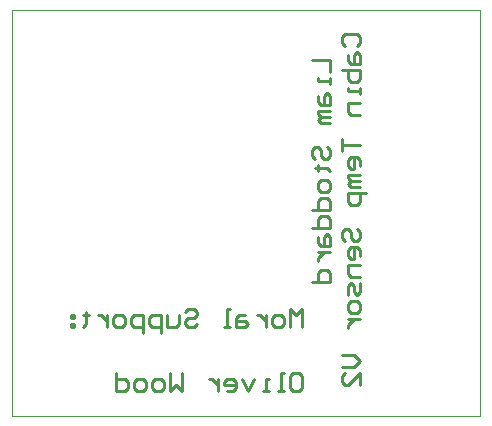
<source format=gbo>
G04 Layer_Color=32896*
%FSLAX24Y24*%
%MOIN*%
G70*
G01*
G75*
%ADD19C,0.0100*%
%ADD26C,0.0005*%
D19*
X11760Y4799D02*
Y5399D01*
X11560Y5199D01*
X11360Y5399D01*
Y4799D01*
X11060D02*
X10860D01*
X10760Y4899D01*
Y5099D01*
X10860Y5199D01*
X11060D01*
X11160Y5099D01*
Y4899D01*
X11060Y4799D01*
X10560Y5199D02*
Y4799D01*
Y4999D01*
X10460Y5099D01*
X10360Y5199D01*
X10260D01*
X9861D02*
X9661D01*
X9561Y5099D01*
Y4799D01*
X9861D01*
X9961Y4899D01*
X9861Y4999D01*
X9561D01*
X9361Y4799D02*
X9161D01*
X9261D01*
Y5399D01*
X9361D01*
X7861Y5299D02*
X7961Y5399D01*
X8161D01*
X8261Y5299D01*
Y5199D01*
X8161Y5099D01*
X7961D01*
X7861Y4999D01*
Y4899D01*
X7961Y4799D01*
X8161D01*
X8261Y4899D01*
X7661Y5199D02*
Y4899D01*
X7561Y4799D01*
X7261D01*
Y5199D01*
X7062Y4600D02*
Y5199D01*
X6762D01*
X6662Y5099D01*
Y4899D01*
X6762Y4799D01*
X7062D01*
X6462Y4600D02*
Y5199D01*
X6162D01*
X6062Y5099D01*
Y4899D01*
X6162Y4799D01*
X6462D01*
X5762D02*
X5562D01*
X5462Y4899D01*
Y5099D01*
X5562Y5199D01*
X5762D01*
X5862Y5099D01*
Y4899D01*
X5762Y4799D01*
X5262Y5199D02*
Y4799D01*
Y4999D01*
X5162Y5099D01*
X5062Y5199D01*
X4962D01*
X4562Y5299D02*
Y5199D01*
X4662D01*
X4462D01*
X4562D01*
Y4899D01*
X4462Y4799D01*
X4162Y5199D02*
X4062D01*
Y5099D01*
X4162D01*
Y5199D01*
Y4899D02*
X4062D01*
Y4799D01*
X4162D01*
Y4899D01*
X11460Y3280D02*
X11660D01*
X11760Y3180D01*
Y2780D01*
X11660Y2680D01*
X11460D01*
X11360Y2780D01*
Y3180D01*
X11460Y3280D01*
X11160Y2680D02*
X10960D01*
X11060D01*
Y3280D01*
X11160D01*
X10660Y2680D02*
X10460D01*
X10560D01*
Y3080D01*
X10660D01*
X10161D02*
X9961Y2680D01*
X9761Y3080D01*
X9261Y2680D02*
X9461D01*
X9561Y2780D01*
Y2980D01*
X9461Y3080D01*
X9261D01*
X9161Y2980D01*
Y2880D01*
X9561D01*
X8961Y3080D02*
Y2680D01*
Y2880D01*
X8861Y2980D01*
X8761Y3080D01*
X8661D01*
X7761Y3280D02*
Y2680D01*
X7561Y2880D01*
X7361Y2680D01*
Y3280D01*
X7062Y2680D02*
X6862D01*
X6762Y2780D01*
Y2980D01*
X6862Y3080D01*
X7062D01*
X7161Y2980D01*
Y2780D01*
X7062Y2680D01*
X6462D02*
X6262D01*
X6162Y2780D01*
Y2980D01*
X6262Y3080D01*
X6462D01*
X6562Y2980D01*
Y2780D01*
X6462Y2680D01*
X5562Y3280D02*
Y2680D01*
X5862D01*
X5962Y2780D01*
Y2980D01*
X5862Y3080D01*
X5562D01*
X13180Y14170D02*
X13080Y14270D01*
Y14470D01*
X13180Y14570D01*
X13580D01*
X13680Y14470D01*
Y14270D01*
X13580Y14170D01*
X13280Y13870D02*
Y13670D01*
X13380Y13570D01*
X13680D01*
Y13870D01*
X13580Y13970D01*
X13480Y13870D01*
Y13570D01*
X13080Y13370D02*
X13680D01*
Y13070D01*
X13580Y12971D01*
X13480D01*
X13380D01*
X13280Y13070D01*
Y13370D01*
X13680Y12771D02*
Y12571D01*
Y12671D01*
X13280D01*
Y12771D01*
X13680Y12271D02*
X13280D01*
Y11971D01*
X13380Y11871D01*
X13680D01*
X13080Y11071D02*
Y10671D01*
Y10871D01*
X13680D01*
Y10171D02*
Y10371D01*
X13580Y10471D01*
X13380D01*
X13280Y10371D01*
Y10171D01*
X13380Y10071D01*
X13480D01*
Y10471D01*
X13680Y9872D02*
X13280D01*
Y9772D01*
X13380Y9672D01*
X13680D01*
X13380D01*
X13280Y9572D01*
X13380Y9472D01*
X13680D01*
X13880Y9272D02*
X13280D01*
Y8972D01*
X13380Y8872D01*
X13580D01*
X13680Y8972D01*
Y9272D01*
X13180Y7672D02*
X13080Y7772D01*
Y7972D01*
X13180Y8072D01*
X13280D01*
X13380Y7972D01*
Y7772D01*
X13480Y7672D01*
X13580D01*
X13680Y7772D01*
Y7972D01*
X13580Y8072D01*
X13680Y7172D02*
Y7372D01*
X13580Y7472D01*
X13380D01*
X13280Y7372D01*
Y7172D01*
X13380Y7072D01*
X13480D01*
Y7472D01*
X13680Y6872D02*
X13280D01*
Y6573D01*
X13380Y6473D01*
X13680D01*
Y6273D02*
Y5973D01*
X13580Y5873D01*
X13480Y5973D01*
Y6173D01*
X13380Y6273D01*
X13280Y6173D01*
Y5873D01*
X13680Y5573D02*
Y5373D01*
X13580Y5273D01*
X13380D01*
X13280Y5373D01*
Y5573D01*
X13380Y5673D01*
X13580D01*
X13680Y5573D01*
X13280Y5073D02*
X13680D01*
X13480D01*
X13380Y4973D01*
X13280Y4873D01*
Y4773D01*
X13080Y3873D02*
X13480D01*
X13680Y3674D01*
X13480Y3474D01*
X13080D01*
X13680Y2874D02*
Y3274D01*
X13280Y2874D01*
X13180D01*
X13080Y2974D01*
Y3174D01*
X13180Y3274D01*
X12090Y13690D02*
X12690D01*
Y13290D01*
Y13090D02*
Y12890D01*
Y12990D01*
X12290D01*
Y13090D01*
Y12490D02*
Y12290D01*
X12390Y12190D01*
X12690D01*
Y12490D01*
X12590Y12590D01*
X12490Y12490D01*
Y12190D01*
X12690Y11991D02*
X12290D01*
Y11891D01*
X12390Y11791D01*
X12690D01*
X12390D01*
X12290Y11691D01*
X12390Y11591D01*
X12690D01*
X12190Y10391D02*
X12090Y10491D01*
Y10691D01*
X12190Y10791D01*
X12290D01*
X12390Y10691D01*
Y10491D01*
X12490Y10391D01*
X12590D01*
X12690Y10491D01*
Y10691D01*
X12590Y10791D01*
X12190Y10091D02*
X12290D01*
Y10191D01*
Y9991D01*
Y10091D01*
X12590D01*
X12690Y9991D01*
Y9591D02*
Y9391D01*
X12590Y9291D01*
X12390D01*
X12290Y9391D01*
Y9591D01*
X12390Y9691D01*
X12590D01*
X12690Y9591D01*
X12090Y8692D02*
X12690D01*
Y8992D01*
X12590Y9091D01*
X12390D01*
X12290Y8992D01*
Y8692D01*
X12090Y8092D02*
X12690D01*
Y8392D01*
X12590Y8492D01*
X12390D01*
X12290Y8392D01*
Y8092D01*
Y7792D02*
Y7592D01*
X12390Y7492D01*
X12690D01*
Y7792D01*
X12590Y7892D01*
X12490Y7792D01*
Y7492D01*
X12290Y7292D02*
X12690D01*
X12490D01*
X12390Y7192D01*
X12290Y7092D01*
Y6992D01*
X12090Y6292D02*
X12690D01*
Y6592D01*
X12590Y6692D01*
X12390D01*
X12290Y6592D01*
Y6292D01*
D26*
X2080Y1840D02*
Y15360D01*
Y1840D02*
X17700D01*
Y15360D01*
X2080D02*
X17700D01*
M02*

</source>
